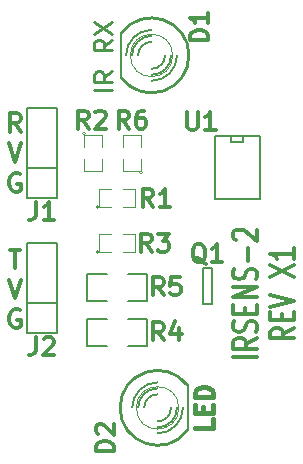
<source format=gto>
G04 (created by PCBNEW (2013-04-19 BZR 4011)-stable) date 05/01/2015 16:59:12*
%MOIN*%
G04 Gerber Fmt 3.4, Leading zero omitted, Abs format*
%FSLAX34Y34*%
G01*
G70*
G90*
G04 APERTURE LIST*
%ADD10C,2.3622e-006*%
%ADD11C,0.012*%
%ADD12C,0.008*%
%ADD13C,0.003*%
%ADD14C,0.01*%
%ADD15C,0.006*%
%ADD16C,0.005*%
%ADD17C,0.0039*%
%ADD18C,0.015*%
G04 APERTURE END LIST*
G54D10*
G54D11*
X428Y-8227D02*
X771Y-8227D01*
X600Y-8852D02*
X600Y-8227D01*
X400Y-9222D02*
X600Y-9847D01*
X800Y-9222D01*
X757Y-10247D02*
X700Y-10217D01*
X614Y-10217D01*
X528Y-10247D01*
X471Y-10307D01*
X442Y-10366D01*
X414Y-10485D01*
X414Y-10575D01*
X442Y-10694D01*
X471Y-10753D01*
X528Y-10813D01*
X614Y-10842D01*
X671Y-10842D01*
X757Y-10813D01*
X785Y-10783D01*
X785Y-10575D01*
X671Y-10575D01*
X785Y-4302D02*
X585Y-4005D01*
X442Y-4302D02*
X442Y-3677D01*
X671Y-3677D01*
X728Y-3707D01*
X757Y-3737D01*
X785Y-3797D01*
X785Y-3886D01*
X757Y-3945D01*
X728Y-3975D01*
X671Y-4005D01*
X442Y-4005D01*
X400Y-4672D02*
X600Y-5297D01*
X800Y-4672D01*
X757Y-5697D02*
X700Y-5667D01*
X614Y-5667D01*
X528Y-5697D01*
X471Y-5757D01*
X442Y-5816D01*
X414Y-5935D01*
X414Y-6025D01*
X442Y-6144D01*
X471Y-6203D01*
X528Y-6263D01*
X614Y-6292D01*
X671Y-6292D01*
X757Y-6263D01*
X785Y-6233D01*
X785Y-6025D01*
X671Y-6025D01*
X8673Y-11814D02*
X7873Y-11814D01*
X8673Y-11185D02*
X8292Y-11385D01*
X8673Y-11528D02*
X7873Y-11528D01*
X7873Y-11300D01*
X7911Y-11242D01*
X7950Y-11214D01*
X8026Y-11185D01*
X8140Y-11185D01*
X8216Y-11214D01*
X8254Y-11242D01*
X8292Y-11300D01*
X8292Y-11528D01*
X8635Y-10957D02*
X8673Y-10871D01*
X8673Y-10728D01*
X8635Y-10671D01*
X8597Y-10642D01*
X8521Y-10614D01*
X8445Y-10614D01*
X8369Y-10642D01*
X8330Y-10671D01*
X8292Y-10728D01*
X8254Y-10842D01*
X8216Y-10900D01*
X8178Y-10928D01*
X8102Y-10957D01*
X8026Y-10957D01*
X7950Y-10928D01*
X7911Y-10900D01*
X7873Y-10842D01*
X7873Y-10700D01*
X7911Y-10614D01*
X8254Y-10357D02*
X8254Y-10157D01*
X8673Y-10071D02*
X8673Y-10357D01*
X7873Y-10357D01*
X7873Y-10071D01*
X8673Y-9814D02*
X7873Y-9814D01*
X8673Y-9471D01*
X7873Y-9471D01*
X8635Y-9214D02*
X8673Y-9128D01*
X8673Y-8985D01*
X8635Y-8928D01*
X8597Y-8900D01*
X8521Y-8871D01*
X8445Y-8871D01*
X8369Y-8900D01*
X8330Y-8928D01*
X8292Y-8985D01*
X8254Y-9100D01*
X8216Y-9157D01*
X8178Y-9185D01*
X8102Y-9214D01*
X8026Y-9214D01*
X7950Y-9185D01*
X7911Y-9157D01*
X7873Y-9100D01*
X7873Y-8957D01*
X7911Y-8871D01*
X8369Y-8614D02*
X8369Y-8157D01*
X7950Y-7900D02*
X7911Y-7871D01*
X7873Y-7814D01*
X7873Y-7671D01*
X7911Y-7614D01*
X7950Y-7585D01*
X8026Y-7557D01*
X8102Y-7557D01*
X8216Y-7585D01*
X8673Y-7928D01*
X8673Y-7557D01*
X9913Y-10842D02*
X9532Y-11042D01*
X9913Y-11185D02*
X9113Y-11185D01*
X9113Y-10957D01*
X9151Y-10900D01*
X9190Y-10871D01*
X9266Y-10842D01*
X9380Y-10842D01*
X9456Y-10871D01*
X9494Y-10900D01*
X9532Y-10957D01*
X9532Y-11185D01*
X9494Y-10585D02*
X9494Y-10385D01*
X9913Y-10300D02*
X9913Y-10585D01*
X9113Y-10585D01*
X9113Y-10300D01*
X9113Y-10128D02*
X9913Y-9928D01*
X9113Y-9728D01*
X9113Y-9128D02*
X9913Y-8728D01*
X9113Y-8728D02*
X9913Y-9128D01*
X9913Y-8185D02*
X9913Y-8528D01*
X9913Y-8357D02*
X9113Y-8357D01*
X9228Y-8414D01*
X9304Y-8471D01*
X9342Y-8528D01*
G54D12*
X6370Y-14250D02*
X6370Y-12750D01*
G54D13*
X6057Y-13500D02*
G75*
G03X6057Y-13500I-707J0D01*
G74*
G01*
G54D14*
X6349Y-12749D02*
G75*
G03X6349Y-14250I-999J-750D01*
G74*
G01*
G54D15*
X5350Y-13050D02*
G75*
G03X4900Y-13500I0J-450D01*
G74*
G01*
X5350Y-13950D02*
G75*
G03X5800Y-13500I0J450D01*
G74*
G01*
X5350Y-12850D02*
G75*
G03X4700Y-13500I0J-650D01*
G74*
G01*
X5350Y-14150D02*
G75*
G03X6000Y-13500I0J650D01*
G74*
G01*
X5350Y-12650D02*
G75*
G03X4500Y-13500I0J-850D01*
G74*
G01*
X5350Y-14350D02*
G75*
G03X6200Y-13500I0J850D01*
G74*
G01*
G54D12*
X4130Y-1000D02*
X4130Y-2500D01*
G54D13*
X5857Y-1750D02*
G75*
G03X5857Y-1750I-707J0D01*
G74*
G01*
G54D14*
X4150Y-2500D02*
G75*
G03X4150Y-999I999J750D01*
G74*
G01*
G54D15*
X5150Y-2200D02*
G75*
G03X5600Y-1750I0J450D01*
G74*
G01*
X5150Y-1300D02*
G75*
G03X4700Y-1750I0J-450D01*
G74*
G01*
X5150Y-2400D02*
G75*
G03X5800Y-1750I0J650D01*
G74*
G01*
X5150Y-1100D02*
G75*
G03X4500Y-1750I0J-650D01*
G74*
G01*
X5150Y-2600D02*
G75*
G03X6000Y-1750I0J850D01*
G74*
G01*
X5150Y-900D02*
G75*
G03X4300Y-1750I0J-850D01*
G74*
G01*
G54D16*
X6850Y-10050D02*
X6850Y-8850D01*
X6850Y-8850D02*
X7150Y-8850D01*
X7150Y-8850D02*
X7150Y-10050D01*
X7150Y-10050D02*
X6850Y-10050D01*
X7300Y-4450D02*
X7250Y-4450D01*
X7250Y-4450D02*
X7250Y-6550D01*
X8750Y-6550D02*
X8750Y-4450D01*
X8750Y-4450D02*
X7300Y-4450D01*
X8200Y-4450D02*
X8200Y-4650D01*
X8200Y-4650D02*
X7800Y-4650D01*
X7800Y-4650D02*
X7800Y-4450D01*
X8750Y-6550D02*
X7250Y-6550D01*
X3000Y-9050D02*
X3000Y-9950D01*
X3000Y-9950D02*
X3650Y-9950D01*
X4350Y-9050D02*
X5000Y-9050D01*
X5000Y-9050D02*
X5000Y-9950D01*
X5000Y-9950D02*
X4350Y-9950D01*
X3650Y-9050D02*
X3000Y-9050D01*
X3000Y-10550D02*
X3000Y-11450D01*
X3000Y-11450D02*
X3650Y-11450D01*
X4350Y-10550D02*
X5000Y-10550D01*
X5000Y-10550D02*
X5000Y-11450D01*
X5000Y-11450D02*
X4350Y-11450D01*
X3650Y-10550D02*
X3000Y-10550D01*
G54D17*
X4850Y-5650D02*
G75*
G03X4850Y-5650I-50J0D01*
G74*
G01*
X4800Y-5200D02*
X4800Y-5600D01*
X4800Y-5600D02*
X4200Y-5600D01*
X4200Y-5600D02*
X4200Y-5200D01*
X4200Y-4800D02*
X4200Y-4400D01*
X4200Y-4400D02*
X4800Y-4400D01*
X4800Y-4400D02*
X4800Y-4800D01*
G54D15*
X2000Y-11000D02*
X1000Y-11000D01*
X1000Y-11000D02*
X1000Y-8000D01*
X1000Y-8000D02*
X2000Y-8000D01*
X2000Y-8000D02*
X2000Y-11000D01*
X1000Y-10000D02*
X2000Y-10000D01*
X2000Y-6500D02*
X1000Y-6500D01*
X1000Y-6500D02*
X1000Y-3500D01*
X1000Y-3500D02*
X2000Y-3500D01*
X2000Y-3500D02*
X2000Y-6500D01*
X1000Y-5500D02*
X2000Y-5500D01*
G54D17*
X3400Y-6800D02*
G75*
G03X3400Y-6800I-50J0D01*
G74*
G01*
X3800Y-6800D02*
X3400Y-6800D01*
X3400Y-6800D02*
X3400Y-6200D01*
X3400Y-6200D02*
X3800Y-6200D01*
X4200Y-6200D02*
X4600Y-6200D01*
X4600Y-6200D02*
X4600Y-6800D01*
X4600Y-6800D02*
X4200Y-6800D01*
X2950Y-4350D02*
G75*
G03X2950Y-4350I-50J0D01*
G74*
G01*
X2900Y-4800D02*
X2900Y-4400D01*
X2900Y-4400D02*
X3500Y-4400D01*
X3500Y-4400D02*
X3500Y-4800D01*
X3500Y-5200D02*
X3500Y-5600D01*
X3500Y-5600D02*
X2900Y-5600D01*
X2900Y-5600D02*
X2900Y-5200D01*
X3400Y-8300D02*
G75*
G03X3400Y-8300I-50J0D01*
G74*
G01*
X3800Y-8300D02*
X3400Y-8300D01*
X3400Y-8300D02*
X3400Y-7700D01*
X3400Y-7700D02*
X3800Y-7700D01*
X4200Y-7700D02*
X4600Y-7700D01*
X4600Y-7700D02*
X4600Y-8300D01*
X4600Y-8300D02*
X4200Y-8300D01*
G54D11*
X3892Y-14942D02*
X3292Y-14942D01*
X3292Y-14800D01*
X3321Y-14714D01*
X3378Y-14657D01*
X3435Y-14628D01*
X3550Y-14600D01*
X3635Y-14600D01*
X3750Y-14628D01*
X3807Y-14657D01*
X3864Y-14714D01*
X3892Y-14800D01*
X3892Y-14942D01*
X3350Y-14371D02*
X3321Y-14342D01*
X3292Y-14285D01*
X3292Y-14142D01*
X3321Y-14085D01*
X3350Y-14057D01*
X3407Y-14028D01*
X3464Y-14028D01*
X3550Y-14057D01*
X3892Y-14400D01*
X3892Y-14028D01*
G54D18*
X7192Y-13885D02*
X7192Y-14171D01*
X6592Y-14171D01*
X6878Y-13685D02*
X6878Y-13485D01*
X7192Y-13400D02*
X7192Y-13685D01*
X6592Y-13685D01*
X6592Y-13400D01*
X7192Y-13142D02*
X6592Y-13142D01*
X6592Y-13000D01*
X6621Y-12914D01*
X6678Y-12857D01*
X6735Y-12828D01*
X6850Y-12800D01*
X6935Y-12800D01*
X7050Y-12828D01*
X7107Y-12857D01*
X7164Y-12914D01*
X7192Y-13000D01*
X7192Y-13142D01*
G54D11*
X7042Y-1242D02*
X6442Y-1242D01*
X6442Y-1100D01*
X6471Y-1014D01*
X6528Y-957D01*
X6585Y-928D01*
X6700Y-900D01*
X6785Y-900D01*
X6900Y-928D01*
X6957Y-957D01*
X7014Y-1014D01*
X7042Y-1100D01*
X7042Y-1242D01*
X7042Y-328D02*
X7042Y-671D01*
X7042Y-500D02*
X6442Y-500D01*
X6528Y-557D01*
X6585Y-614D01*
X6614Y-671D01*
G54D14*
X3842Y-2914D02*
X3242Y-2914D01*
X3842Y-2285D02*
X3557Y-2485D01*
X3842Y-2628D02*
X3242Y-2628D01*
X3242Y-2400D01*
X3271Y-2342D01*
X3300Y-2314D01*
X3357Y-2285D01*
X3442Y-2285D01*
X3500Y-2314D01*
X3528Y-2342D01*
X3557Y-2400D01*
X3557Y-2628D01*
X3842Y-1228D02*
X3557Y-1428D01*
X3842Y-1571D02*
X3242Y-1571D01*
X3242Y-1342D01*
X3271Y-1285D01*
X3300Y-1257D01*
X3357Y-1228D01*
X3442Y-1228D01*
X3500Y-1257D01*
X3528Y-1285D01*
X3557Y-1342D01*
X3557Y-1571D01*
X3242Y-1028D02*
X3842Y-628D01*
X3242Y-628D02*
X3842Y-1028D01*
G54D11*
X6956Y-8701D02*
X6899Y-8672D01*
X6841Y-8615D01*
X6756Y-8529D01*
X6699Y-8501D01*
X6641Y-8501D01*
X6670Y-8644D02*
X6613Y-8615D01*
X6556Y-8558D01*
X6527Y-8444D01*
X6527Y-8244D01*
X6556Y-8129D01*
X6613Y-8072D01*
X6670Y-8044D01*
X6784Y-8044D01*
X6841Y-8072D01*
X6899Y-8129D01*
X6927Y-8244D01*
X6927Y-8444D01*
X6899Y-8558D01*
X6841Y-8615D01*
X6784Y-8644D01*
X6670Y-8644D01*
X7499Y-8644D02*
X7156Y-8644D01*
X7327Y-8644D02*
X7327Y-8044D01*
X7270Y-8129D01*
X7213Y-8186D01*
X7156Y-8215D01*
X6342Y-3642D02*
X6342Y-4128D01*
X6371Y-4185D01*
X6400Y-4214D01*
X6457Y-4242D01*
X6571Y-4242D01*
X6628Y-4214D01*
X6657Y-4185D01*
X6685Y-4128D01*
X6685Y-3642D01*
X7285Y-4242D02*
X6942Y-4242D01*
X7114Y-4242D02*
X7114Y-3642D01*
X7057Y-3728D01*
X7000Y-3785D01*
X6942Y-3814D01*
X5550Y-9742D02*
X5350Y-9457D01*
X5207Y-9742D02*
X5207Y-9142D01*
X5435Y-9142D01*
X5492Y-9171D01*
X5521Y-9200D01*
X5550Y-9257D01*
X5550Y-9342D01*
X5521Y-9400D01*
X5492Y-9428D01*
X5435Y-9457D01*
X5207Y-9457D01*
X6092Y-9142D02*
X5807Y-9142D01*
X5778Y-9428D01*
X5807Y-9400D01*
X5864Y-9371D01*
X6007Y-9371D01*
X6064Y-9400D01*
X6092Y-9428D01*
X6121Y-9485D01*
X6121Y-9628D01*
X6092Y-9685D01*
X6064Y-9714D01*
X6007Y-9742D01*
X5864Y-9742D01*
X5807Y-9714D01*
X5778Y-9685D01*
X5550Y-11242D02*
X5350Y-10957D01*
X5207Y-11242D02*
X5207Y-10642D01*
X5435Y-10642D01*
X5492Y-10671D01*
X5521Y-10700D01*
X5550Y-10757D01*
X5550Y-10842D01*
X5521Y-10900D01*
X5492Y-10928D01*
X5435Y-10957D01*
X5207Y-10957D01*
X6064Y-10842D02*
X6064Y-11242D01*
X5921Y-10614D02*
X5778Y-11042D01*
X6150Y-11042D01*
X4400Y-4192D02*
X4200Y-3907D01*
X4057Y-4192D02*
X4057Y-3592D01*
X4285Y-3592D01*
X4342Y-3621D01*
X4371Y-3650D01*
X4400Y-3707D01*
X4400Y-3792D01*
X4371Y-3850D01*
X4342Y-3878D01*
X4285Y-3907D01*
X4057Y-3907D01*
X4914Y-3592D02*
X4800Y-3592D01*
X4742Y-3621D01*
X4714Y-3650D01*
X4657Y-3735D01*
X4628Y-3850D01*
X4628Y-4078D01*
X4657Y-4135D01*
X4685Y-4164D01*
X4742Y-4192D01*
X4857Y-4192D01*
X4914Y-4164D01*
X4942Y-4135D01*
X4971Y-4078D01*
X4971Y-3935D01*
X4942Y-3878D01*
X4914Y-3850D01*
X4857Y-3821D01*
X4742Y-3821D01*
X4685Y-3850D01*
X4657Y-3878D01*
X4628Y-3935D01*
X1300Y-11142D02*
X1300Y-11571D01*
X1271Y-11657D01*
X1214Y-11714D01*
X1128Y-11742D01*
X1071Y-11742D01*
X1557Y-11200D02*
X1585Y-11171D01*
X1642Y-11142D01*
X1785Y-11142D01*
X1842Y-11171D01*
X1871Y-11200D01*
X1900Y-11257D01*
X1900Y-11314D01*
X1871Y-11400D01*
X1528Y-11742D01*
X1900Y-11742D01*
X1300Y-6642D02*
X1300Y-7071D01*
X1271Y-7157D01*
X1214Y-7214D01*
X1128Y-7242D01*
X1071Y-7242D01*
X1900Y-7242D02*
X1557Y-7242D01*
X1728Y-7242D02*
X1728Y-6642D01*
X1671Y-6728D01*
X1614Y-6785D01*
X1557Y-6814D01*
X5200Y-6792D02*
X5000Y-6507D01*
X4857Y-6792D02*
X4857Y-6192D01*
X5085Y-6192D01*
X5142Y-6221D01*
X5171Y-6250D01*
X5200Y-6307D01*
X5200Y-6392D01*
X5171Y-6450D01*
X5142Y-6478D01*
X5085Y-6507D01*
X4857Y-6507D01*
X5771Y-6792D02*
X5428Y-6792D01*
X5600Y-6792D02*
X5600Y-6192D01*
X5542Y-6278D01*
X5485Y-6335D01*
X5428Y-6364D01*
X3050Y-4192D02*
X2850Y-3907D01*
X2707Y-4192D02*
X2707Y-3592D01*
X2935Y-3592D01*
X2992Y-3621D01*
X3021Y-3650D01*
X3050Y-3707D01*
X3050Y-3792D01*
X3021Y-3850D01*
X2992Y-3878D01*
X2935Y-3907D01*
X2707Y-3907D01*
X3278Y-3650D02*
X3307Y-3621D01*
X3364Y-3592D01*
X3507Y-3592D01*
X3564Y-3621D01*
X3592Y-3650D01*
X3621Y-3707D01*
X3621Y-3764D01*
X3592Y-3850D01*
X3250Y-4192D01*
X3621Y-4192D01*
X5150Y-8292D02*
X4950Y-8007D01*
X4807Y-8292D02*
X4807Y-7692D01*
X5035Y-7692D01*
X5092Y-7721D01*
X5121Y-7750D01*
X5150Y-7807D01*
X5150Y-7892D01*
X5121Y-7950D01*
X5092Y-7978D01*
X5035Y-8007D01*
X4807Y-8007D01*
X5350Y-7692D02*
X5721Y-7692D01*
X5521Y-7921D01*
X5607Y-7921D01*
X5664Y-7950D01*
X5692Y-7978D01*
X5721Y-8035D01*
X5721Y-8178D01*
X5692Y-8235D01*
X5664Y-8264D01*
X5607Y-8292D01*
X5435Y-8292D01*
X5378Y-8264D01*
X5350Y-8235D01*
M02*

</source>
